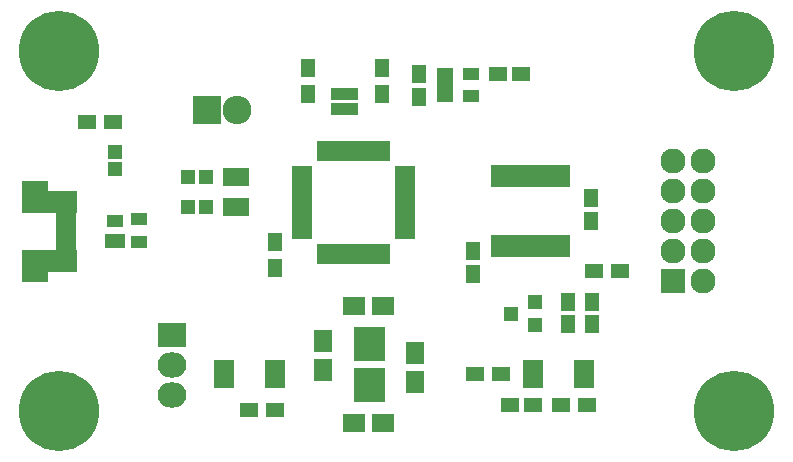
<source format=gts>
G04 #@! TF.FileFunction,Soldermask,Top*
%FSLAX46Y46*%
G04 Gerber Fmt 4.6, Leading zero omitted, Abs format (unit mm)*
G04 Created by KiCad (PCBNEW 4.0.2-stable) date 8/15/2016 9:55:29 PM*
%MOMM*%
G01*
G04 APERTURE LIST*
%ADD10C,0.100000*%
%ADD11R,2.127200X2.127200*%
%ADD12O,2.127200X2.127200*%
%ADD13R,1.150000X1.600000*%
%ADD14R,1.650000X1.900000*%
%ADD15R,1.600000X1.150000*%
%ADD16R,1.900000X1.650000*%
%ADD17R,1.300000X1.600000*%
%ADD18R,1.600000X1.300000*%
%ADD19R,1.460000X1.050000*%
%ADD20R,1.700000X0.650000*%
%ADD21R,0.650000X1.700000*%
%ADD22R,0.850000X1.850000*%
%ADD23R,1.200100X1.200100*%
%ADD24R,1.250000X1.050000*%
%ADD25R,2.432000X2.432000*%
%ADD26O,2.432000X2.432000*%
%ADD27R,2.432000X2.127200*%
%ADD28O,2.432000X2.127200*%
%ADD29R,1.197560X1.197560*%
%ADD30R,1.800000X2.400000*%
%ADD31R,1.780000X0.850000*%
%ADD32R,2.500000X1.875000*%
%ADD33R,2.300000X2.775000*%
%ADD34R,1.400000X1.000000*%
%ADD35R,1.700000X1.300000*%
%ADD36R,0.740000X2.900000*%
%ADD37C,6.800000*%
%ADD38R,1.200000X1.150000*%
%ADD39R,2.300000X1.500000*%
G04 APERTURE END LIST*
D10*
D11*
X102950000Y-78000000D03*
D12*
X105490000Y-78000000D03*
X102950000Y-75460000D03*
X105490000Y-75460000D03*
X102950000Y-72920000D03*
X105490000Y-72920000D03*
X102950000Y-70380000D03*
X105490000Y-70380000D03*
X102950000Y-67840000D03*
X105490000Y-67840000D03*
D13*
X81504000Y-62410000D03*
X81504000Y-60510000D03*
D14*
X73376000Y-85570000D03*
X73376000Y-83070000D03*
D15*
X88174000Y-60444000D03*
X90074000Y-60444000D03*
D16*
X78436000Y-90035000D03*
X75936000Y-90035000D03*
D14*
X81123000Y-86586000D03*
X81123000Y-84086000D03*
D15*
X91090000Y-88511000D03*
X89190000Y-88511000D03*
D13*
X86012500Y-75496000D03*
X86012500Y-77396000D03*
X96007400Y-72900200D03*
X96007400Y-71000200D03*
D16*
X78436000Y-80129000D03*
X75936000Y-80129000D03*
D13*
X94077000Y-79775900D03*
X94077000Y-81675900D03*
X96147100Y-79775900D03*
X96147100Y-81675900D03*
D17*
X69312000Y-76911000D03*
X69312000Y-74711000D03*
D18*
X88446000Y-85844000D03*
X86246000Y-85844000D03*
X96329800Y-77169900D03*
X98529800Y-77169900D03*
D17*
X72106000Y-59979000D03*
X72106000Y-62179000D03*
X78329000Y-59979000D03*
X78329000Y-62179000D03*
D19*
X83663000Y-60449000D03*
X83663000Y-61399000D03*
X83663000Y-62349000D03*
X85863000Y-62349000D03*
X85863000Y-60449000D03*
D20*
X71591400Y-68590600D03*
X71591400Y-69090600D03*
X71591400Y-69590600D03*
X71591400Y-70090600D03*
X71591400Y-70590600D03*
X71591400Y-71090600D03*
X71591400Y-71590600D03*
X71591400Y-72090600D03*
X71591400Y-72590600D03*
X71591400Y-73090600D03*
X71591400Y-73590600D03*
X71591400Y-74090600D03*
D21*
X73191400Y-75690600D03*
X73691400Y-75690600D03*
X74191400Y-75690600D03*
X74691400Y-75690600D03*
X75191400Y-75690600D03*
X75691400Y-75690600D03*
X76191400Y-75690600D03*
X76691400Y-75690600D03*
X77191400Y-75690600D03*
X77691400Y-75690600D03*
X78191400Y-75690600D03*
X78691400Y-75690600D03*
D20*
X80291400Y-74090600D03*
X80291400Y-73590600D03*
X80291400Y-73090600D03*
X80291400Y-72590600D03*
X80291400Y-72090600D03*
X80291400Y-71590600D03*
X80291400Y-71090600D03*
X80291400Y-70590600D03*
X80291400Y-70090600D03*
X80291400Y-69590600D03*
X80291400Y-69090600D03*
X80291400Y-68590600D03*
D21*
X78691400Y-66990600D03*
X78191400Y-66990600D03*
X77691400Y-66990600D03*
X77191400Y-66990600D03*
X76691400Y-66990600D03*
X76191400Y-66990600D03*
X75691400Y-66990600D03*
X75191400Y-66990600D03*
X74691400Y-66990600D03*
X74191400Y-66990600D03*
X73691400Y-66990600D03*
X73191400Y-66990600D03*
D22*
X93865100Y-69127200D03*
X93215100Y-69127200D03*
X92565100Y-69127200D03*
X91915100Y-69127200D03*
X91265100Y-69127200D03*
X90615100Y-69127200D03*
X89965100Y-69127200D03*
X89315100Y-69127200D03*
X88665100Y-69127200D03*
X88015100Y-69127200D03*
X88015100Y-75027200D03*
X88665100Y-75027200D03*
X89315100Y-75027200D03*
X89965100Y-75027200D03*
X90615100Y-75027200D03*
X91265100Y-75027200D03*
X91915100Y-75027200D03*
X92565100Y-75027200D03*
X93215100Y-75027200D03*
X93865100Y-75027200D03*
D23*
X91267760Y-81714000D03*
X91267760Y-79814000D03*
X89268780Y-80764000D03*
D24*
X75725500Y-63429100D03*
X74649200Y-63429100D03*
X75712800Y-62145800D03*
X74649200Y-62145800D03*
D25*
X63520800Y-63492000D03*
D26*
X66060800Y-63492000D03*
D27*
X60549000Y-82542000D03*
D28*
X60549000Y-85082000D03*
X60549000Y-87622000D03*
D29*
X55723000Y-68559300D03*
X55723000Y-67060700D03*
D18*
X55553000Y-64508000D03*
X53353000Y-64508000D03*
D30*
X95457000Y-85860000D03*
X91145000Y-85860000D03*
D18*
X95685000Y-88511000D03*
X93485000Y-88511000D03*
D31*
X51608900Y-75115400D03*
X51608900Y-74465400D03*
X51608900Y-73815400D03*
X51608900Y-73165400D03*
X51608900Y-72515400D03*
D32*
X51253300Y-76287300D03*
X51253300Y-71334300D03*
D33*
X48945900Y-70877100D03*
X48945900Y-76731800D03*
D34*
X55750300Y-72917000D03*
X57755000Y-74668000D03*
X57755000Y-72724900D03*
D35*
X55750300Y-74580600D03*
D36*
X78288000Y-86832000D03*
X78288000Y-83332000D03*
X77638000Y-86832000D03*
X77638000Y-83332000D03*
X76988000Y-86832000D03*
X76988000Y-83332000D03*
X76338000Y-86832000D03*
X76338000Y-83332000D03*
D37*
X51000000Y-58520000D03*
X51000000Y-89000000D03*
X108150000Y-89000000D03*
X108150000Y-58520000D03*
D38*
X61958000Y-71747000D03*
X63458000Y-71747000D03*
X61958000Y-69207000D03*
X63458000Y-69207000D03*
D18*
X67069000Y-88892000D03*
X69269000Y-88892000D03*
D30*
X64983000Y-85860000D03*
X69295000Y-85860000D03*
D39*
X66010000Y-69207000D03*
X66010000Y-71707000D03*
M02*

</source>
